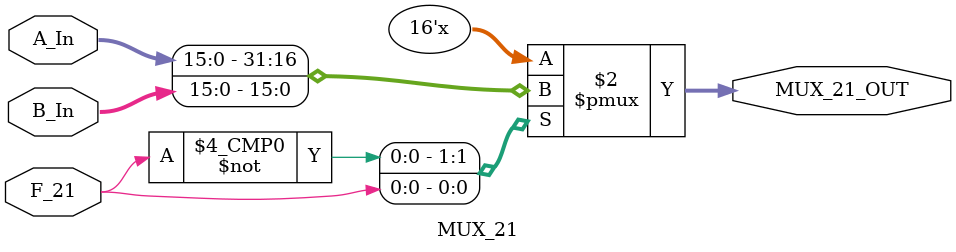
<source format=sv>
module MUX_21 (input  logic  F_21, 
                input  logic [15:0] A_In, B_In,
                output logic [15:0] MUX_21_OUT);

	 //This is the 1-bit ALU
    always_comb
	 begin
        unique case (F_21) //The unique keyword here instructs synthesis to fail if a case appears more than once.
	 	   1'b0   : MUX_21_OUT = A_In;
		   1'b1   : MUX_21_OUT = B_In;
		   
		   
        endcase
    end 
	 
endmodule

</source>
